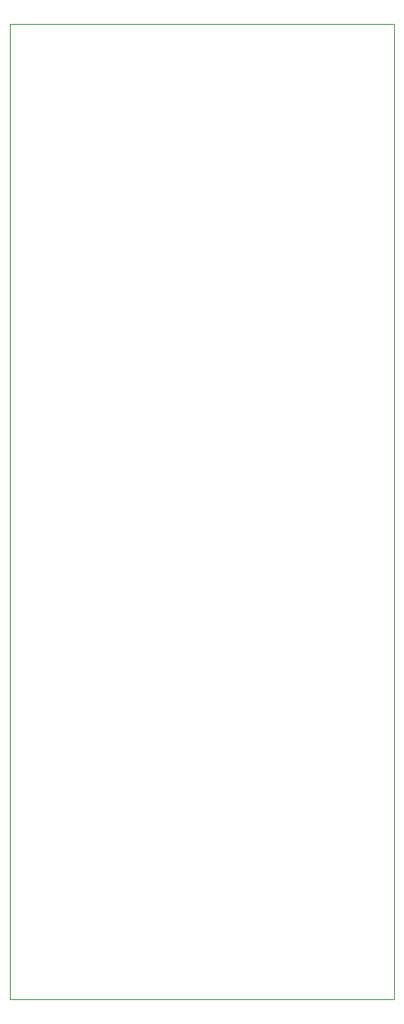
<source format=gm1>
G75*
%MOIN*%
%OFA0B0*%
%FSLAX24Y24*%
%IPPOS*%
%LPD*%
%AMOC8*
5,1,8,0,0,1.08239X$1,22.5*
%
%ADD10C,0.0000*%
D10*
X000683Y000745D02*
X000683Y040115D01*
X016235Y040115D01*
X016235Y000745D01*
X000683Y000745D01*
M02*

</source>
